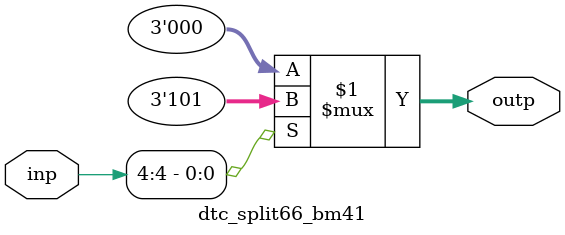
<source format=v>
module dtc_split66_bm41 (
	input  wire [5-1:0] inp,
	output wire [3-1:0] outp
);


	assign outp = (inp[4]) ? 3'b101 : 3'b000;

endmodule
</source>
